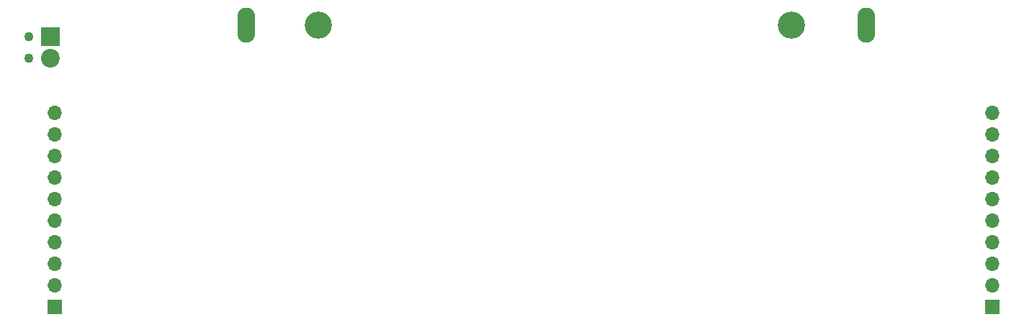
<source format=gbr>
%TF.GenerationSoftware,KiCad,Pcbnew,7.0.5*%
%TF.CreationDate,2023-06-02T17:32:58+02:00*%
%TF.ProjectId,Solar Cell offgrid Power,536f6c61-7220-4436-956c-6c206f666667,rev?*%
%TF.SameCoordinates,Original*%
%TF.FileFunction,Soldermask,Bot*%
%TF.FilePolarity,Negative*%
%FSLAX46Y46*%
G04 Gerber Fmt 4.6, Leading zero omitted, Abs format (unit mm)*
G04 Created by KiCad (PCBNEW 7.0.5) date 2023-06-02 17:32:58*
%MOMM*%
%LPD*%
G01*
G04 APERTURE LIST*
%ADD10R,1.700000X1.700000*%
%ADD11O,1.700000X1.700000*%
%ADD12C,3.200000*%
%ADD13O,2.070000X4.140000*%
%ADD14C,1.100000*%
%ADD15R,2.200000X2.200000*%
%ADD16C,2.200000*%
G04 APERTURE END LIST*
D10*
%TO.C,J2*%
X113290000Y-111150000D03*
D11*
X113290000Y-108610000D03*
X113290000Y-106070000D03*
X113290000Y-103530000D03*
X113290000Y-100990000D03*
X113290000Y-98450000D03*
X113290000Y-95910000D03*
X113290000Y-93370000D03*
X113290000Y-90830000D03*
X113290000Y-88290000D03*
%TD*%
D12*
%TO.C,BT1*%
X144320000Y-77950000D03*
X199935000Y-77950000D03*
D13*
X135825000Y-77950000D03*
X208725000Y-77950000D03*
%TD*%
D10*
%TO.C,J1*%
X223580000Y-111110000D03*
D11*
X223580000Y-108570000D03*
X223580000Y-106030000D03*
X223580000Y-103490000D03*
X223580000Y-100950000D03*
X223580000Y-98410000D03*
X223580000Y-95870000D03*
X223580000Y-93330000D03*
X223580000Y-90790000D03*
X223580000Y-88250000D03*
%TD*%
D14*
%TO.C,J3*%
X110290000Y-79330000D03*
X110290000Y-81870000D03*
D15*
X112830000Y-79330000D03*
D16*
X112830000Y-81870000D03*
%TD*%
M02*

</source>
